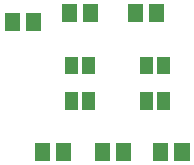
<source format=gbr>
G04 start of page 11 for group -4015 idx -4015 *
G04 Title: (unknown), toppaste *
G04 Creator: pcb 20140316 *
G04 CreationDate: Fri 27 Feb 2015 09:32:21 PM GMT UTC *
G04 For: ndholmes *
G04 Format: Gerber/RS-274X *
G04 PCB-Dimensions (mil): 1900.00 620.00 *
G04 PCB-Coordinate-Origin: lower left *
%MOIN*%
%FSLAX25Y25*%
%LNTOPPASTE*%
%ADD54R,0.0512X0.0512*%
%ADD53R,0.0430X0.0430*%
G54D53*X115050Y26900D02*Y25300D01*
X120950Y26900D02*Y25300D01*
X115050Y38700D02*Y37100D01*
X120950Y38700D02*Y37100D01*
G54D54*X125457Y9393D02*Y8607D01*
X132543Y9393D02*Y8607D01*
G54D53*X140050Y26900D02*Y25300D01*
X145950Y26900D02*Y25300D01*
X140050Y38700D02*Y37100D01*
X145950Y38700D02*Y37100D01*
G54D54*X144957Y9393D02*Y8607D01*
X152043Y9393D02*Y8607D01*
X105457Y9393D02*Y8607D01*
X112543Y9393D02*Y8607D01*
X95457Y52893D02*Y52107D01*
X102543Y52893D02*Y52107D01*
X114457Y55893D02*Y55107D01*
X121543Y55893D02*Y55107D01*
X136457Y55893D02*Y55107D01*
X143543Y55893D02*Y55107D01*
M02*

</source>
